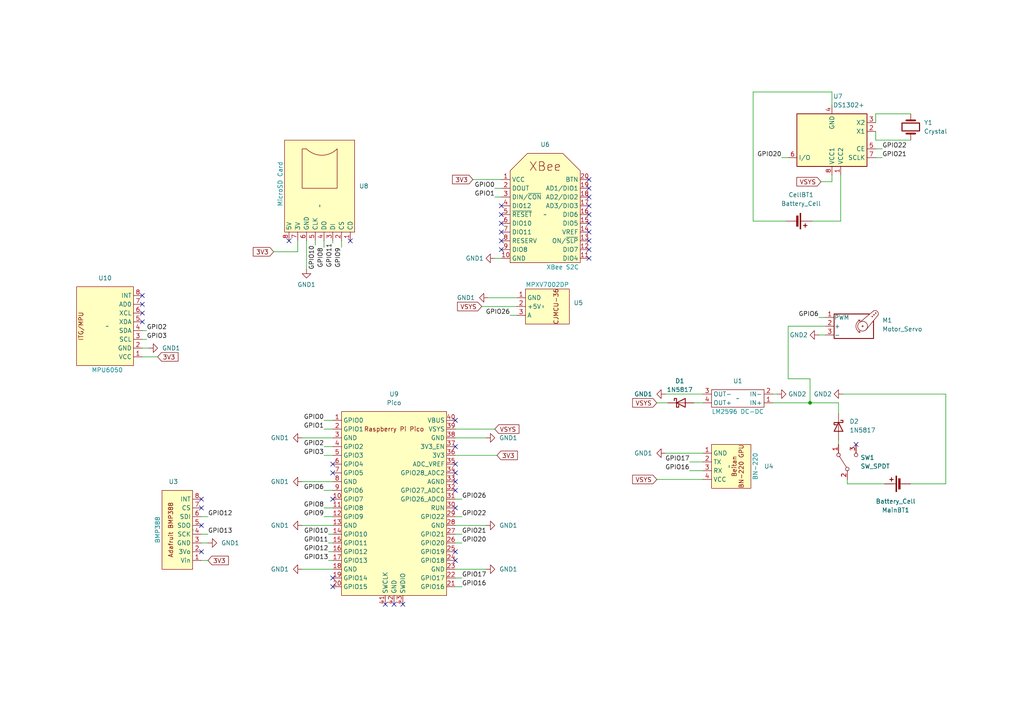
<source format=kicad_sch>
(kicad_sch (version 20230121) (generator eeschema)
  (paper "A4")
  (title_block (title "ASTRASAT PCB") (date "2023-11-22") (rev "v1.02.4") (company "ASTRA Team - Politecnico di Torino") (comment 1 "https://creativecommons.org/licenses/by-sa/4.0/deed.en") (comment 2 "License: CC BY-SA 4.0") (comment 3 "Author: Tan Siret Akıncı"))
  (lib_symbols
    (symbol "CansatParts:BMP388_Adafruit"
      (property "Reference" "U" (at -12.7 0 0))
      (symbol "BMP388_Adafruit_1_1"
        (rectangle (start -11.43 3.81) (end 11.43 -5.08) (fill (type background)))
        (text "Adafruit BMP388" (at 0 1.27 0) (effects (font (size 1.27 1.27))))
        (text "BMP388" (at 0 5.08 0) (effects (font (size 1.27 1.27))))
        (pin input line (at -8.89 -7.62 90) (length 2.54) (name "Vin") (number "1"))
        (pin input line (at -6.35 -7.62 90) (length 2.54) (name "3Vo") (number "2"))
        (pin input line (at -3.81 -7.62 90) (length 2.54) (name "GND") (number "3"))
        (pin input line (at -1.27 -7.62 90) (length 2.54) (name "SCK") (number "4"))
        (pin input line (at 1.27 -7.62 90) (length 2.54) (name "SDO") (number "5"))
        (pin input line (at 3.81 -7.62 90) (length 2.54) (name "SDI") (number "6"))
        (pin input line (at 6.35 -7.62 90) (length 2.54) (name "CS") (number "7"))
        (pin input line (at 8.89 -7.62 90) (length 2.54) (name "INT") (number "8"))
      )
    )
    (symbol "CansatParts:BN-220"
      (property "Reference" "U" (at -7.62 0 0))
      (symbol "BN-220_1_1"
        (rectangle (start -6.35 6.35) (end 6.35 -5.08) (fill (type background)))
        (text "Beitan\nBN-220 GPU" (at 0 2.54 0) (effects (font (size 1.27 1.27))))
        (text "BN-220" (at 0 7.62 0) (effects (font (size 1.27 1.27))))
        (pin input line (at -3.81 -7.62 90) (length 2.54) (name "GND") (number "1"))
        (pin input line (at -1.27 -7.62 90) (length 2.54) (name "TX") (number "2"))
        (pin input line (at 1.27 -7.62 90) (length 2.54) (name "RX") (number "3"))
        (pin input line (at 3.81 -7.62 90) (length 2.54) (name "VCC") (number "4"))
      )
    )
    (symbol "CansatParts:LM2596_DC-DC_Buck_Module"
      (property "Reference" "U" (at 0 -3.81 0))
      (symbol "LM2596_DC-DC_Buck_Module_0_1"
        (rectangle (start -7.62 2.54) (end 7.62 -2.54))
      )
      (symbol "LM2596_DC-DC_Buck_Module_1_1"
        (text "LM2596 DC-DC" (at 0 3.81 0) (effects (font (size 1.27 1.27))))
        (pin input line (at -10.16 1.27 0) (length 2.54) (name "IN+") (number "1"))
        (pin input line (at -10.16 -1.27 0) (length 2.54) (name "IN-") (number "2"))
        (pin output line (at 10.16 -1.27 180) (length 2.54) (name "OUT-") (number "3"))
        (pin output line (at 10.16 1.27 180) (length 2.54) (name "OUT+") (number "4"))
      )
    )
    (symbol "CansatParts:MPU6050_ITG/MPU"
      (property "Reference" "U" (at 0 -12.7 0))
      (symbol "MPU6050_ITG/MPU_1_1"
        (rectangle (start -7.62 11.43) (end 8.89 -11.43) (fill (type background)))
        (text "ITG/MPU" (at 7.62 0 900) (effects (font (size 1.27 1.27))))
        (text "MPU6050" (at 0 12.7 0) (effects (font (size 1.27 1.27))))
        (pin input line (at -10.16 8.89 0) (length 2.54) (name "VCC") (number "1"))
        (pin input line (at -10.16 6.35 0) (length 2.54) (name "GND") (number "2"))
        (pin input line (at -10.16 3.81 0) (length 2.54) (name "SCL") (number "3"))
        (pin input line (at -10.16 1.27 0) (length 2.54) (name "SDA") (number "4"))
        (pin input line (at -10.16 -1.27 0) (length 2.54) (name "XDA") (number "5"))
        (pin input line (at -10.16 -3.81 0) (length 2.54) (name "XCL") (number "6"))
        (pin input line (at -10.16 -6.35 0) (length 2.54) (name "AD0") (number "7"))
        (pin input line (at -10.16 -8.89 0) (length 2.54) (name "INT") (number "8"))
      )
    )
    (symbol "CansatParts:MPXV7002DP CJMCU-36"
      (property "Reference" "U" (at -3.81 -6.35 0))
      (symbol "MPXV7002DP CJMCU-36_1_1"
        (rectangle (start -5.08 5.08) (end 7.62 -5.08) (fill (type background)))
        (text "CJMCU-36" (at 3.81 0 900) (effects (font (size 1.27 1.27))))
        (text "MPXV7002DP" (at 1.27 6.35 0) (effects (font (size 1.27 1.27))))
        (pin input line (at -7.62 2.54 0) (length 2.54) (name "GND") (number "1"))
        (pin input line (at -7.62 0 0) (length 2.54) (name "+5V") (number "2"))
        (pin input line (at -7.62 -2.54 0) (length 2.54) (name "A") (number "3"))
      )
    )
    (symbol "CansatParts:Micro_SD_Card_Breakout_Board_Adafruit"
      (property "Reference" "U" (at -15.24 0 0))
      (symbol "Micro_SD_Card_Breakout_Board_Adafruit_1_1"
        (rectangle (start -13.97 10.16) (end 12.7 -10.16) (fill (type background)))
        (arc (start -11.43 -3.81) (mid -9.5892 0.635) (end -11.43 5.08))
        (polyline (pts (xy -11.43 -3.81) (xy -11.43 -5.08) (xy 0 -5.08) (xy 0 5.08) (xy -11.43 5.08)))
        (text "MicroSD Card" (at -1.27 -11.43 0) (effects (font (size 1.27 1.27))))
        (pin input line (at 15.24 8.89 180) (length 2.54) (name "CD") (number "1"))
        (pin input line (at 15.24 6.35 180) (length 2.54) (name "CS") (number "2"))
        (pin input line (at 15.24 3.81 180) (length 2.54) (name "DI") (number "3"))
        (pin input line (at 15.24 1.27 180) (length 2.54) (name "DO") (number "4"))
        (pin input line (at 15.24 -1.27 180) (length 2.54) (name "CLK") (number "5"))
        (pin input line (at 15.24 -3.81 180) (length 2.54) (name "GND") (number "6"))
        (pin input line (at 15.24 -6.35 180) (length 2.54) (name "3V") (number "7"))
        (pin input line (at 15.24 -8.89 180) (length 2.54) (name "5V") (number "8"))
      )
    )
    (symbol "CansatParts:XBee_S2C"
      (property "Reference" "U" (at -8.89 -15.24 0))
      (symbol "XBee_S2C_1_1"
        (polyline (pts (xy -10.16 -13.97) (xy 10.16 -13.97) (xy 10.16 12.7) (xy 5.08 17.78) (xy 0 17.78) (xy -5.08 17.78) (xy -10.16 12.7) (xy -10.16 -13.97)) (fill (type background)))
        (text "XBee" (at 0 13.97 0) (effects (font (size 2.54 2.54))))
        (text "XBee S2C" (at 5.08 -15.24 0) (effects (font (size 1.27 1.27))))
        (pin input line (at -12.7 10.16 0) (length 2.54) (name "VCC") (number "1"))
        (pin input line (at -12.7 -12.7 0) (length 2.54) (name "GND") (number "10"))
        (pin input line (at 12.7 -12.7 180) (length 2.54) (name "DIO4") (number "11"))
        (pin input line (at 12.7 -10.16 180) (length 2.54) (name "DIO7") (number "12"))
        (pin input line (at 12.7 -7.62 180) (length 2.54) (name "ON/~{SLP}") (number "13"))
        (pin input line (at 12.7 -5.08 180) (length 2.54) (name "VREF") (number "14"))
        (pin input line (at 12.7 -2.54 180) (length 2.54) (name "DIO5") (number "15"))
        (pin input line (at 12.7 0 180) (length 2.54) (name "DIO6") (number "16"))
        (pin input line (at 12.7 2.54 180) (length 2.54) (name "AD3/DIO3") (number "17"))
        (pin input line (at 12.7 5.08 180) (length 2.54) (name "AD2/DIO2") (number "18"))
        (pin input line (at 12.7 7.62 180) (length 2.54) (name "AD1/DIO1") (number "19"))
        (pin input line (at -12.7 7.62 0) (length 2.54) (name "DOUT") (number "2"))
        (pin input line (at 12.7 10.16 180) (length 2.54) (name "BTN") (number "20"))
        (pin input line (at -12.7 5.08 0) (length 2.54) (name "DIN/~{CON}") (number "3"))
        (pin input line (at -12.7 2.54 0) (length 2.54) (name "DI012") (number "4"))
        (pin input line (at -12.7 0 0) (length 2.54) (name "~{RESET}") (number "5"))
        (pin input line (at -12.7 -2.54 0) (length 2.54) (name "DIO10") (number "6"))
        (pin input line (at -12.7 -5.08 0) (length 2.54) (name "DIO11") (number "7"))
        (pin input line (at -12.7 -7.62 0) (length 2.54) (name "RESERV") (number "8"))
        (pin input line (at -12.7 -10.16 0) (length 2.54) (name "DIO8") (number "9"))
      )
    )
    (symbol "Device:Battery_Cell" (pin_numbers hide) (pin_names (offset 0) hide)
      (property "Reference" "BT" (at 2.54 2.54 0))
      (property "Value" "Battery_Cell" (at 2.54 0 0))
      (symbol "Battery_Cell_0_1"
        (rectangle (start -2.286 1.778) (end 2.286 1.524) (fill (type outline)))
        (rectangle (start -1.524 1.016) (end 1.524 0.508) (fill (type outline)))
        (polyline (pts (xy 0 0.762) (xy 0 0)))
        (polyline (pts (xy 0 1.778) (xy 0 2.54)))
        (polyline (pts (xy 0.762 3.048) (xy 1.778 3.048)) (stroke (width 0.254)))
        (polyline (pts (xy 1.27 3.556) (xy 1.27 2.54)) (stroke (width 0.254)))
      )
      (symbol "Battery_Cell_1_1"
        (pin passive line (at 0 5.08 270) (length 2.54) (name "+") (number "1"))
        (pin passive line (at 0 -2.54 90) (length 2.54) (name "-") (number "2"))
      )
    )
    (symbol "Device:Crystal" (pin_numbers hide) (pin_names (offset 1.016) hide)
      (property "Reference" "Y" (at 0 3.81 0))
      (property "Value" "Crystal" (at 0 -3.81 0))
      (symbol "Crystal_0_1"
        (rectangle (start -1.143 2.54) (end 1.143 -2.54) (stroke (width 0.3048)))
        (polyline (pts (xy -2.54 0) (xy -1.905 0)))
        (polyline (pts (xy -1.905 -1.27) (xy -1.905 1.27)) (stroke (width 0.508)))
        (polyline (pts (xy 1.905 -1.27) (xy 1.905 1.27)) (stroke (width 0.508)))
        (polyline (pts (xy 2.54 0) (xy 1.905 0)))
      )
      (symbol "Crystal_1_1"
        (pin passive line (at -3.81 0 0) (length 1.27) (name "1") (number "1"))
        (pin passive line (at 3.81 0 180) (length 1.27) (name "2") (number "2"))
      )
    )
    (symbol "Diode:1N5817" (pin_numbers hide) (pin_names (offset 1.016) hide)
      (property "Reference" "D" (at 0 2.54 0))
      (property "Value" "1N5817" (at 0 -2.54 0))
      (symbol "1N5817_0_1"
        (polyline (pts (xy 1.27 0) (xy -1.27 0)))
        (polyline (pts (xy 1.27 1.27) (xy 1.27 -1.27) (xy -1.27 0) (xy 1.27 1.27)) (stroke (width 0.254)))
        (polyline (pts (xy -1.905 0.635) (xy -1.905 1.27) (xy -1.27 1.27) (xy -1.27 -1.27) (xy -0.635 -1.27) (xy -0.635 -0.635)) (stroke (width 0.254)))
      )
      (symbol "1N5817_1_1"
        (pin passive line (at -3.81 0 0) (length 2.54) (name "K") (number "1"))
        (pin passive line (at 3.81 0 180) (length 2.54) (name "A") (number "2"))
      )
    )
    (symbol "MCU_RaspberryPi_and_Boards:Pico"
      (property "Reference" "U" (at -13.97 27.94 0))
      (property "Value" "Pico" (at 0 19.05 0))
      (symbol "Pico_0_0"
        (text "Raspberry Pi Pico" (at 0 21.59 0) (effects (font (size 1.27 1.27))))
      )
      (symbol "Pico_0_1"
        (rectangle (start -15.24 26.67) (end 15.24 -26.67) (fill (type background)))
      )
      (symbol "Pico_1_1"
        (pin bidirectional line (at -17.78 24.13 0) (length 2.54) (name "GPIO0") (number "1"))
        (pin bidirectional line (at -17.78 1.27 0) (length 2.54) (name "GPIO7") (number "10"))
        (pin bidirectional line (at -17.78 -1.27 0) (length 2.54) (name "GPIO8") (number "11"))
        (pin bidirectional line (at -17.78 -3.81 0) (length 2.54) (name "GPIO9") (number "12"))
        (pin power_in line (at -17.78 -6.35 0) (length 2.54) (name "GND") (number "13"))
        (pin bidirectional line (at -17.78 -8.89 0) (length 2.54) (name "GPIO10") (number "14"))
        (pin bidirectional line (at -17.78 -11.43 0) (length 2.54) (name "GPIO11") (number "15"))
        (pin bidirectional line (at -17.78 -13.97 0) (length 2.54) (name "GPIO12") (number "16"))
        (pin bidirectional line (at -17.78 -16.51 0) (length 2.54) (name "GPIO13") (number "17"))
        (pin power_in line (at -17.78 -19.05 0) (length 2.54) (name "GND") (number "18"))
        (pin bidirectional line (at -17.78 -21.59 0) (length 2.54) (name "GPIO14") (number "19"))
        (pin bidirectional line (at -17.78 21.59 0) (length 2.54) (name "GPIO1") (number "2"))
        (pin bidirectional line (at -17.78 -24.13 0) (length 2.54) (name "GPIO15") (number "20"))
        (pin bidirectional line (at 17.78 -24.13 180) (length 2.54) (name "GPIO16") (number "21"))
        (pin bidirectional line (at 17.78 -21.59 180) (length 2.54) (name "GPIO17") (number "22"))
        (pin power_in line (at 17.78 -19.05 180) (length 2.54) (name "GND") (number "23"))
        (pin bidirectional line (at 17.78 -16.51 180) (length 2.54) (name "GPIO18") (number "24"))
        (pin bidirectional line (at 17.78 -13.97 180) (length 2.54) (name "GPIO19") (number "25"))
        (pin bidirectional line (at 17.78 -11.43 180) (length 2.54) (name "GPIO20") (number "26"))
        (pin bidirectional line (at 17.78 -8.89 180) (length 2.54) (name "GPIO21") (number "27"))
        (pin power_in line (at 17.78 -6.35 180) (length 2.54) (name "GND") (number "28"))
        (pin bidirectional line (at 17.78 -3.81 180) (length 2.54) (name "GPIO22") (number "29"))
        (pin power_in line (at -17.78 19.05 0) (length 2.54) (name "GND") (number "3"))
        (pin input line (at 17.78 -1.27 180) (length 2.54) (name "RUN") (number "30"))
        (pin bidirectional line (at 17.78 1.27 180) (length 2.54) (name "GPIO26_ADC0") (number "31"))
        (pin bidirectional line (at 17.78 3.81 180) (length 2.54) (name "GPIO27_ADC1") (number "32"))
        (pin power_in line (at 17.78 6.35 180) (length 2.54) (name "AGND") (number "33"))
        (pin bidirectional line (at 17.78 8.89 180) (length 2.54) (name "GPIO28_ADC2") (number "34"))
        (pin power_in line (at 17.78 11.43 180) (length 2.54) (name "ADC_VREF") (number "35"))
        (pin power_in line (at 17.78 13.97 180) (length 2.54) (name "3V3") (number "36"))
        (pin input line (at 17.78 16.51 180) (length 2.54) (name "3V3_EN") (number "37"))
        (pin bidirectional line (at 17.78 19.05 180) (length 2.54) (name "GND") (number "38"))
        (pin power_in line (at 17.78 21.59 180) (length 2.54) (name "VSYS") (number "39"))
        (pin bidirectional line (at -17.78 16.51 0) (length 2.54) (name "GPIO2") (number "4"))
        (pin power_in line (at 17.78 24.13 180) (length 2.54) (name "VBUS") (number "40"))
        (pin input line (at -2.54 -29.21 90) (length 2.54) (name "SWCLK") (number "41"))
        (pin power_in line (at 0 -29.21 90) (length 2.54) (name "GND") (number "42"))
        (pin bidirectional line (at 2.54 -29.21 90) (length 2.54) (name "SWDIO") (number "43"))
        (pin bidirectional line (at -17.78 13.97 0) (length 2.54) (name "GPIO3") (number "5"))
        (pin bidirectional line (at -17.78 11.43 0) (length 2.54) (name "GPIO4") (number "6"))
        (pin bidirectional line (at -17.78 8.89 0) (length 2.54) (name "GPIO5") (number "7"))
        (pin power_in line (at -17.78 6.35 0) (length 2.54) (name "GND") (number "8"))
        (pin bidirectional line (at -17.78 3.81 0) (length 2.54) (name "GPIO6") (number "9"))
      )
    )
    (symbol "Motor:Motor_Servo" (pin_names (offset 0.0254))
      (property "Reference" "M" (at -5.08 4.445 0))
      (property "Value" "Motor_Servo" (at -5.08 -4.064 0))
      (symbol "Motor_Servo_0_1"
        (polyline (pts (xy 2.413 -1.778) (xy 2.032 -1.778)))
        (polyline (pts (xy 2.413 -1.778) (xy 2.286 -1.397)))
        (polyline (pts (xy 2.413 1.778) (xy 1.905 1.778)))
        (polyline (pts (xy 2.413 1.778) (xy 2.286 1.397)))
        (polyline (pts (xy 6.35 4.445) (xy 2.54 1.27)))
        (polyline (pts (xy 7.62 3.175) (xy 4.191 -1.016)))
        (polyline (pts (xy 5.08 3.556) (xy -5.08 3.556) (xy -5.08 -3.556) (xy 6.35 -3.556) (xy 6.35 1.524)) (stroke (width 0.254)))
        (arc (start 2.413 1.778) (mid 1.2406 0) (end 2.413 -1.778))
        (circle (center 3.175 0) (radius 0.1778))
        (circle (center 3.175 0) (radius 1.4224))
        (circle (center 5.969 2.794) (radius 0.127))
        (circle (center 6.477 3.302) (radius 0.127))
        (circle (center 6.985 3.81) (radius 0.127))
        (arc (start 7.62 3.175) (mid 7.4485 4.2735) (end 6.35 4.445))
      )
      (symbol "Motor_Servo_1_1"
        (pin passive line (at -7.62 2.54 0) (length 2.54) (name "PWM") (number "1"))
        (pin passive line (at -7.62 0 0) (length 2.54) (name "+") (number "2"))
        (pin passive line (at -7.62 -2.54 0) (length 2.54) (name "-") (number "3"))
      )
    )
    (symbol "Switch:SW_SPDT" (pin_names (offset 0) hide)
      (property "Reference" "SW" (at 0 4.318 0))
      (property "Value" "SW_SPDT" (at 0 -5.08 0))
      (symbol "SW_SPDT_0_0"
        (circle (center -2.032 0) (radius 0.508))
        (circle (center 2.032 -2.54) (radius 0.508))
      )
      (symbol "SW_SPDT_0_1"
        (polyline (pts (xy -1.524 0.254) (xy 1.651 2.286)))
        (circle (center 2.032 2.54) (radius 0.508))
      )
      (symbol "SW_SPDT_1_1"
        (pin passive line (at 5.08 2.54 180) (length 2.54) (name "A") (number "1"))
        (pin passive line (at -5.08 0 0) (length 2.54) (name "B") (number "2"))
        (pin passive line (at 5.08 -2.54 180) (length 2.54) (name "C") (number "3"))
      )
    )
    (symbol "Timer_RTC:DS1302+"
      (property "Reference" "U" (at -8.89 8.89 0))
      (property "Value" "DS1302+" (at 6.35 8.89 0))
      (symbol "DS1302+_1_1"
        (rectangle (start -10.16 7.62) (end 10.16 -7.62) (stroke (width 0.254)) (fill (type background)))
        (pin power_in line (at -2.54 10.16 270) (length 2.54) (name "VCC2") (number "1"))
        (pin input line (at -12.7 -2.54 0) (length 2.54) (name "X1") (number "2"))
        (pin input line (at -12.7 -5.08 0) (length 2.54) (name "X2") (number "3"))
        (pin power_in line (at 0 -10.16 90) (length 2.54) (name "GND") (number "4"))
        (pin input line (at -12.7 2.54 0) (length 2.54) (name "CE") (number "5"))
        (pin bidirectional line (at 12.7 5.08 180) (length 2.54) (name "I/O") (number "6"))
        (pin input line (at -12.7 5.08 0) (length 2.54) (name "SCLK") (number "7"))
        (pin power_in line (at 0 10.16 270) (length 2.54) (name "VCC1") (number "8"))
      )
    )
    (symbol "power:GND1" (power) (pin_names (offset 0))
      (property "Value" "GND1" (at 0 -3.81 0))
      (symbol "GND1_0_1"
        (polyline (pts (xy 0 0) (xy 0 -1.27) (xy 1.27 -1.27) (xy 0 -2.54) (xy -1.27 -1.27) (xy 0 -1.27)))
      )
      (symbol "GND1_1_1"
        (pin power_in line (at 0 0 270) (length 0) hide (name "GND1") (number "1"))
      )
    )
    (symbol "power:GND2" (power) (pin_names (offset 0))
      (property "Value" "GND2" (at 0 -3.81 0))
      (symbol "GND2_0_1"
        (polyline (pts (xy 0 0) (xy 0 -1.27) (xy 1.27 -1.27) (xy 0 -2.54) (xy -1.27 -1.27) (xy 0 -1.27)))
      )
      (symbol "GND2_1_1"
        (pin power_in line (at 0 0 270) (length 0) hide (name "GND2") (number "1"))
      )
    )
  )
  (junction (at 234.95 116.84))
  (no_connect (at 170.815 62.23))
  (no_connect (at 145.415 67.31))
  (no_connect (at 145.415 59.69))
  (no_connect (at 170.815 64.77))
  (no_connect (at 96.52 144.78))
  (no_connect (at 58.42 152.4))
  (no_connect (at 96.52 170.18))
  (no_connect (at 170.815 59.69))
  (no_connect (at 114.3 175.26))
  (no_connect (at 170.815 69.85))
  (no_connect (at 96.52 134.62))
  (no_connect (at 58.42 147.32))
  (no_connect (at 96.52 137.16))
  (no_connect (at 145.415 72.39))
  (no_connect (at 58.42 144.78))
  (no_connect (at 170.815 57.15))
  (no_connect (at 248.285 128.905))
  (no_connect (at 41.275 85.725))
  (no_connect (at 132.08 137.16))
  (no_connect (at 132.08 121.92))
  (no_connect (at 116.84 175.26))
  (no_connect (at 132.08 142.24))
  (no_connect (at 145.415 69.85))
  (no_connect (at 132.08 160.02))
  (no_connect (at 101.6 69.85))
  (no_connect (at 111.76 175.26))
  (no_connect (at 132.08 134.62))
  (no_connect (at 145.415 64.77))
  (no_connect (at 41.275 90.805))
  (no_connect (at 83.82 69.85))
  (no_connect (at 96.52 167.64))
  (no_connect (at 145.415 62.23))
  (no_connect (at 170.815 72.39))
  (no_connect (at 132.08 129.54))
  (no_connect (at 41.275 93.345))
  (no_connect (at 132.08 147.32))
  (no_connect (at 170.815 67.31))
  (no_connect (at 170.815 54.61))
  (no_connect (at 132.08 139.7))
  (no_connect (at 170.815 74.93))
  (no_connect (at 58.42 160.02))
  (no_connect (at 132.08 162.56))
  (no_connect (at 170.815 52.07))
  (no_connect (at 41.275 88.265))
  (wire (pts (xy 228.6 94.615) (xy 239.395 94.615)))
  (wire (pts (xy 132.08 157.48) (xy 133.985 157.48)))
  (wire (pts (xy 141.605 86.36) (xy 149.86 86.36)))
  (wire (pts (xy 86.36 73.025) (xy 86.36 69.85)))
  (wire (pts (xy 93.98 147.32) (xy 96.52 147.32)))
  (wire (pts (xy 96.52 121.92) (xy 93.98 121.92)))
  (wire (pts (xy 274.32 114.3) (xy 274.32 140.335)))
  (wire (pts (xy 143.51 57.15) (xy 145.415 57.15)))
  (wire (pts (xy 228.6 109.855) (xy 234.95 109.855)))
  (wire (pts (xy 87.63 139.7) (xy 96.52 139.7)))
  (wire (pts (xy 143.51 74.93) (xy 145.415 74.93)))
  (wire (pts (xy 132.08 152.4) (xy 140.97 152.4)))
  (wire (pts (xy 42.545 98.425) (xy 41.275 98.425)))
  (wire (pts (xy 254 33.02) (xy 264.16 33.02)))
  (wire (pts (xy 132.08 154.94) (xy 133.985 154.94)))
  (wire (pts (xy 88.9 69.85) (xy 88.9 78.105)))
  (wire (pts (xy 132.08 165.1) (xy 140.97 165.1)))
  (wire (pts (xy 225.425 114.3) (xy 224.155 114.3)))
  (wire (pts (xy 132.08 124.46) (xy 143.51 124.46)))
  (wire (pts (xy 227.965 64.135) (xy 218.44 64.135)))
  (wire (pts (xy 132.08 127) (xy 140.97 127)))
  (wire (pts (xy 95.25 160.02) (xy 96.52 160.02)))
  (wire (pts (xy 243.84 64.135) (xy 243.84 50.8)))
  (wire (pts (xy 245.745 140.335) (xy 256.54 140.335)))
  (wire (pts (xy 87.63 127) (xy 96.52 127)))
  (wire (pts (xy 93.98 129.54) (xy 96.52 129.54)))
  (wire (pts (xy 228.6 94.615) (xy 228.6 109.855)))
  (wire (pts (xy 143.51 54.61) (xy 145.415 54.61)))
  (wire (pts (xy 132.08 170.18) (xy 133.985 170.18)))
  (wire (pts (xy 254 35.56) (xy 254 33.02)))
  (wire (pts (xy 87.63 165.1) (xy 96.52 165.1)))
  (wire (pts (xy 254 43.18) (xy 255.905 43.18)))
  (wire (pts (xy 244.475 114.3) (xy 274.32 114.3)))
  (wire (pts (xy 254 45.72) (xy 255.905 45.72)))
  (wire (pts (xy 95.25 154.94) (xy 96.52 154.94)))
  (wire (pts (xy 99.06 69.85) (xy 99.06 71.755)))
  (wire (pts (xy 200.025 133.985) (xy 203.835 133.985)))
  (wire (pts (xy 238.125 52.705) (xy 241.3 52.705)))
  (wire (pts (xy 58.42 162.56) (xy 60.325 162.56)))
  (wire (pts (xy 264.16 140.335) (xy 274.32 140.335)))
  (wire (pts (xy 41.275 103.505) (xy 45.72 103.505)))
  (wire (pts (xy 58.42 154.94) (xy 60.325 154.94)))
  (wire (pts (xy 190.5 116.84) (xy 193.675 116.84)))
  (wire (pts (xy 93.98 69.85) (xy 93.98 71.755)))
  (wire (pts (xy 237.49 92.075) (xy 239.395 92.075)))
  (wire (pts (xy 87.63 152.4) (xy 96.52 152.4)))
  (wire (pts (xy 193.04 131.445) (xy 203.835 131.445)))
  (wire (pts (xy 93.98 149.86) (xy 96.52 149.86)))
  (wire (pts (xy 254 38.1) (xy 254 40.64)))
  (wire (pts (xy 139.7 88.9) (xy 149.86 88.9)))
  (wire (pts (xy 226.695 45.72) (xy 228.6 45.72)))
  (wire (pts (xy 241.3 52.705) (xy 241.3 50.8)))
  (wire (pts (xy 41.275 100.965) (xy 43.18 100.965)))
  (wire (pts (xy 193.04 114.3) (xy 203.835 114.3)))
  (wire (pts (xy 93.98 142.24) (xy 96.52 142.24)))
  (wire (pts (xy 132.08 144.78) (xy 133.985 144.78)))
  (wire (pts (xy 243.205 127.635) (xy 243.205 128.905)))
  (wire (pts (xy 224.155 116.84) (xy 234.95 116.84)))
  (wire (pts (xy 241.3 26.67) (xy 241.3 30.48)))
  (wire (pts (xy 93.98 124.46) (xy 96.52 124.46)))
  (wire (pts (xy 254 40.64) (xy 264.16 40.64)))
  (wire (pts (xy 237.49 97.155) (xy 239.395 97.155)))
  (wire (pts (xy 132.08 149.86) (xy 133.985 149.86)))
  (wire (pts (xy 190.5 139.065) (xy 203.835 139.065)))
  (wire (pts (xy 201.295 116.84) (xy 203.835 116.84)))
  (wire (pts (xy 218.44 26.67) (xy 241.3 26.67)))
  (wire (pts (xy 147.955 91.44) (xy 149.86 91.44)))
  (wire (pts (xy 95.25 157.48) (xy 96.52 157.48)))
  (wire (pts (xy 58.42 149.86) (xy 60.325 149.86)))
  (wire (pts (xy 218.44 64.135) (xy 218.44 26.67)))
  (wire (pts (xy 93.98 132.08) (xy 96.52 132.08)))
  (wire (pts (xy 79.375 73.025) (xy 86.36 73.025)))
  (wire (pts (xy 91.44 69.85) (xy 91.44 71.12)))
  (wire (pts (xy 42.545 95.885) (xy 41.275 95.885)))
  (wire (pts (xy 200.025 136.525) (xy 203.835 136.525)))
  (wire (pts (xy 234.95 109.855) (xy 234.95 116.84)))
  (wire (pts (xy 234.95 116.84) (xy 243.205 116.84)))
  (wire (pts (xy 95.25 162.56) (xy 96.52 162.56)))
  (wire (pts (xy 235.585 64.135) (xy 243.84 64.135)))
  (wire (pts (xy 245.745 139.065) (xy 245.745 140.335)))
  (wire (pts (xy 96.52 69.85) (xy 96.52 70.485)))
  (wire (pts (xy 137.16 52.07) (xy 145.415 52.07)))
  (wire (pts (xy 132.08 167.64) (xy 133.985 167.64)))
  (wire (pts (xy 58.42 157.48) (xy 60.325 157.48)))
  (wire (pts (xy 243.205 116.84) (xy 243.205 120.015)))
  (wire (pts (xy 132.08 132.08) (xy 144.145 132.08)))
  (label "GPIO26" (at 133.985 144.78 0))
  (label "GPIO6" (at 93.98 142.24 180))
  (label "GPIO1" (at 93.98 124.46 180))
  (label "GPIO8" (at 93.98 71.755 270))
  (label "GPIO13" (at 95.25 162.56 180))
  (label "GPIO6" (at 237.49 92.075 180))
  (label "GPIO0" (at 143.51 54.61 180))
  (label "GPIO21" (at 255.905 45.72 0))
  (label "GPIO8" (at 93.98 147.32 180))
  (label "GPIO9" (at 99.06 71.755 270))
  (label "GPIO20" (at 133.985 157.48 0))
  (label "GPIO0" (at 93.98 121.92 180))
  (label "GPIO13" (at 60.325 154.94 0))
  (label "GPIO22" (at 133.985 149.86 0))
  (label "GPIO3" (at 42.545 98.425 0))
  (label "GPIO21" (at 133.985 154.94 0))
  (label "GPIO11" (at 95.25 157.48 180))
  (label "GPIO1" (at 143.51 57.15 180))
  (label "GPIO16" (at 133.985 170.18 0))
  (label "GPIO2" (at 93.98 129.54 180))
  (label "GPIO12" (at 95.25 160.02 180))
  (label "GPIO12" (at 60.325 149.86 0))
  (label "GPIO10" (at 95.25 154.94 180))
  (label "GPIO10" (at 91.44 71.12 270))
  (label "GPIO17" (at 133.985 167.64 0))
  (label "GPIO3" (at 93.98 132.08 180))
  (label "GPIO22" (at 255.905 43.18 0))
  (label "GPIO20" (at 226.695 45.72 180))
  (label "GPIO16" (at 200.025 136.525 180))
  (label "GPIO26" (at 147.955 91.44 180))
  (label "GPIO11" (at 96.52 70.485 270))
  (label "GPIO17" (at 200.025 133.985 180))
  (label "GPIO2" (at 42.545 95.885 0))
  (label "GPIO9" (at 93.98 149.86 180))
  (global_label "VSYS" (shape input) (at 139.7 88.9 180) (property "Intersheetrefs" "${INTERSHEET_REFS}" (effects hide)))
  (global_label "VSYS" (shape input) (at 190.5 139.065 180) (property "Intersheetrefs" "${INTERSHEET_REFS}" (effects hide)))
  (global_label "3V3" (shape input) (at 79.375 73.025 180) (property "Intersheetrefs" "${INTERSHEET_REFS}" (effects hide)))
  (global_label "VSYS" (shape input) (at 143.51 124.46 0) (property "Intersheetrefs" "${INTERSHEET_REFS}" (effects hide)))
  (global_label "3V3" (shape input) (at 137.16 52.07 180) (property "Intersheetrefs" "${INTERSHEET_REFS}" (effects hide)))
  (global_label "3V3" (shape input) (at 45.72 103.505 0) (property "Intersheetrefs" "${INTERSHEET_REFS}" (effects hide)))
  (global_label "VSYS" (shape input) (at 238.125 52.705 180) (property "Intersheetrefs" "${INTERSHEET_REFS}" (effects hide)))
  (global_label "3V3" (shape input) (at 144.145 132.08 0) (property "Intersheetrefs" "${INTERSHEET_REFS}" (effects hide)))
  (global_label "3V3" (shape input) (at 60.325 162.56 0) (property "Intersheetrefs" "${INTERSHEET_REFS}" (effects hide)))
  (global_label "VSYS" (shape input) (at 190.5 116.84 180) (property "Intersheetrefs" "${INTERSHEET_REFS}" (effects hide)))
  (symbol (lib_id "power:GND1") (at 193.04 114.3 270) (unit 1)
    (property "Reference" "#PWR09" (effects hide))
    (property "Value" "GND1" (at 189.23 114.3 90) (effects (justify right)))
  )
  (symbol (lib_id "Device:Battery_Cell") (at 230.505 64.135 270) (unit 1)
    (property "Reference" "CellBT1" (at 232.3465 56.515 90))
    (property "Value" "Battery_Cell" (at 232.3465 59.055 90))
    (property "Footprint" "Battery:BatteryHolder_Keystone_103_1x20mm" (effects hide))
  )
  (symbol (lib_id "Device:Crystal") (at 264.16 36.83 270) (unit 1)
    (property "Reference" "Y1" (at 267.97 35.56 90) (effects (justify left)))
    (property "Value" "Crystal" (at 267.97 38.1 90) (effects (justify left)))
    (property "Footprint" "Crystal:Crystal_C38-LF_D3.0mm_L8.0mm_Vertical" (effects hide))
  )
  (symbol (lib_id "power:GND1") (at 87.63 139.7 270) (unit 1)
    (property "Reference" "#PWR06" (effects hide))
    (property "Value" "GND1" (at 83.82 139.7 90) (effects (justify right)))
  )
  (symbol (lib_id "power:GND1") (at 43.18 100.965 90) (unit 1)
    (property "Reference" "#PWR016" (effects hide))
    (property "Value" "GND1" (at 46.99 100.965 90) (effects (justify right)))
  )
  (symbol (lib_id "Motor:Motor_Servo") (at 247.015 94.615 0) (unit 1)
    (property "Reference" "M1" (at 255.905 92.9116 0) (effects (justify left)))
    (property "Value" "Motor_Servo" (at 255.905 95.4516 0) (effects (justify left)))
    (property "Footprint" "Connector_PinHeader_2.54mm:PinHeader_1x03_P2.54mm_Vertical" (effects hide))
    (property "Datasheet" "http://forums.parallax.com/uploads/attachments/46831/74481.png" (effects hide))
  )
  (symbol (lib_id "power:GND1") (at 140.97 165.1 90) (unit 1)
    (property "Reference" "#PWR02" (effects hide))
    (property "Value" "GND1" (at 144.78 165.1 90) (effects (justify right)))
  )
  (symbol (lib_id "power:GND1") (at 140.97 152.4 90) (unit 1)
    (property "Reference" "#PWR01" (effects hide))
    (property "Value" "GND1" (at 144.78 152.4 90) (effects (justify right)))
  )
  (symbol (lib_id "power:GND1") (at 193.04 131.445 270) (unit 1)
    (property "Reference" "#PWR03" (effects hide))
    (property "Value" "GND1" (at 189.23 131.445 90) (effects (justify right)))
  )
  (symbol (lib_id "Switch:SW_SPDT") (at 245.745 133.985 90) (unit 1)
    (property "Reference" "SW1" (at 249.555 132.715 90) (effects (justify right)))
    (property "Value" "SW_SPDT" (at 249.555 135.255 90) (effects (justify right)))
    (property "Footprint" "Button_Switch_THT:SW_E-Switch_EG1271_SPDT" (effects hide))
  )
  (symbol (lib_id "CansatParts:LM2596_DC-DC_Buck_Module") (at 213.995 115.57 180) (unit 1)
    (property "Reference" "U1" (at 213.995 110.49 0))
    (property "Value" "~" (at 213.995 115.57 0))
    (property "Footprint" "CansatFootprints:LM2596 Voltage Regulator board" (effects hide))
  )
  (symbol (lib_id "power:GND2") (at 237.49 97.155 270) (unit 1)
    (property "Reference" "#PWR015" (effects hide))
    (property "Value" "GND2" (at 234.315 97.155 90) (effects (justify right)))
  )
  (symbol (lib_id "power:GND1") (at 141.605 86.36 270) (unit 1)
    (property "Reference" "#PWR08" (effects hide))
    (property "Value" "GND1" (at 137.795 86.36 90) (effects (justify right)))
  )
  (symbol (lib_id "CansatParts:Micro_SD_Card_Breakout_Board_Adafruit") (at 92.71 54.61 270) (unit 1)
    (property "Reference" "U8" (at 104.14 53.975 90) (effects (justify left)))
    (property "Value" "~" (at 92.71 59.69 0))
    (property "Footprint" "CansatFootprints:Adafruit MicroSD Breakout" (effects hide))
  )
  (symbol (lib_id "power:GND1") (at 87.63 152.4 270) (unit 1)
    (property "Reference" "#PWR05" (effects hide))
    (property "Value" "GND1" (at 83.82 152.4 90) (effects (justify right)))
  )
  (symbol (lib_id "Diode:1N5817") (at 197.485 116.84 0) (unit 1)
    (property "Reference" "D1" (at 197.1675 110.49 0))
    (property "Value" "1N5817" (at 197.1675 113.03 0))
    (property "Footprint" "Diode_THT:D_DO-41_SOD81_P10.16mm_Horizontal" (effects hide))
    (property "Datasheet" "http://www.vishay.com/docs/88525/1n5817.pdf" (effects hide))
  )
  (symbol (lib_id "CansatParts:MPU6050_ITG/MPU") (at 31.115 94.615 180) (unit 1)
    (property "Reference" "U10" (at 30.48 80.645 0))
    (property "Value" "~" (at 31.115 94.615 0))
    (property "Footprint" "CansatFootprints:MPU6050 Module" (effects hide))
  )
  (symbol (lib_id "CansatParts:XBee_S2C") (at 158.115 62.23 0) (unit 1)
    (property "Reference" "U6" (at 158.115 41.91 0))
    (property "Value" "~" (at 158.115 62.23 0))
    (property "Footprint" "CansatFootprints:XBee S2C" (effects hide))
  )
  (symbol (lib_id "power:GND2") (at 225.425 114.3 90) (unit 1)
    (property "Reference" "#PWR017" (effects hide))
    (property "Value" "GND2" (at 228.6 114.3 90) (effects (justify right)))
  )
  (symbol (lib_id "power:GND2") (at 244.475 114.3 270) (unit 1)
    (property "Reference" "#PWR011" (effects hide))
    (property "Value" "GND2" (at 241.3 114.3 90) (effects (justify right)))
  )
  (symbol (lib_id "MCU_RaspberryPi_and_Boards:Pico") (at 114.3 146.05 0) (unit 1)
    (property "Reference" "U9" (at 114.3 114.3 0))
    (property "Value" "Pico" (at 114.3 116.84 0))
    (property "Footprint" "MCU_RaspberryPi_and_Boards:RPi_Pico_SMD_TH" (effects hide))
  )
  (symbol (lib_id "power:GND1") (at 140.97 127 90) (unit 1)
    (property "Reference" "#PWR014" (effects hide))
    (property "Value" "GND1" (at 144.78 127 90) (effects (justify right)))
  )
  (symbol (lib_id "power:GND1") (at 60.325 157.48 90) (unit 1)
    (property "Reference" "#PWR010" (effects hide))
    (property "Value" "GND1" (at 64.135 157.48 90) (effects (justify right)))
  )
  (symbol (lib_id "Timer_RTC:DS1302+") (at 241.3 40.64 180) (unit 1)
    (property "Reference" "U7" (at 241.6459 27.94 0) (effects (justify right)))
    (property "Value" "DS1302+" (at 241.6459 30.48 0) (effects (justify right)))
    (property "Footprint" "Package_DIP:DIP-8_W7.62mm" (effects hide))
    (property "Datasheet" "https://datasheets.maximintegrated.com/en/ds/DS1302.pdf" (effects hide))
  )
  (symbol (lib_id "power:GND1") (at 87.63 165.1 270) (unit 1)
    (property "Reference" "#PWR04" (effects hide))
    (property "Value" "GND1" (at 83.82 165.1 90) (effects (justify right)))
  )
  (symbol (lib_id "Device:Battery_Cell") (at 261.62 140.335 90) (unit 1)
    (property "Reference" "MainBT1" (at 259.7785 147.955 90))
    (property "Value" "Battery_Cell" (at 259.7785 145.415 90))
    (property "Footprint" "Connector_PinHeader_2.54mm:PinHeader_1x02_P2.54mm_Vertical" (effects hide))
  )
  (symbol (lib_id "power:GND1") (at 87.63 127 270) (unit 1)
    (property "Reference" "#PWR07" (effects hide))
    (property "Value" "GND1" (at 83.82 127 90) (effects (justify right)))
  )
  (symbol (lib_id "power:GND1") (at 143.51 74.93 270) (unit 1)
    (property "Reference" "#PWR013" (effects hide))
    (property "Value" "GND1" (at 140.335 74.93 90) (effects (justify right)))
  )
  (symbol (lib_id "CansatParts:BN-220") (at 211.455 135.255 270) (unit 1)
    (property "Reference" "U4" (at 221.615 135.255 90) (effects (justify left)))
    (property "Value" "~" (at 211.455 135.255 0))
    (property "Footprint" "CansatFootprints:BN-220" (effects hide))
  )
  (symbol (lib_id "Diode:1N5817") (at 243.205 123.825 270) (unit 1)
    (property "Reference" "D2" (at 246.38 122.2375 90) (effects (justify left)))
    (property "Value" "1N5817" (at 246.38 124.7775 90) (effects (justify left)))
    (property "Footprint" "Diode_THT:D_DO-41_SOD81_P10.16mm_Horizontal" (effects hide))
    (property "Datasheet" "http://www.vishay.com/docs/88525/1n5817.pdf" (effects hide))
  )
  (symbol (lib_id "power:GND1") (at 88.9 78.105 0) (unit 1)
    (property "Reference" "#PWR012" (effects hide))
    (property "Value" "GND1" (at 88.9 82.55 0))
  )
  (symbol (lib_id "CansatParts:MPXV7002DP CJMCU-36") (at 157.48 88.9 0) (unit 1)
    (property "Reference" "U5" (at 166.37 87.84 0) (effects (justify left)))
    (property "Value" "~" (at 157.48 88.9 90))
    (property "Footprint" "Connector_PinHeader_2.54mm:PinHeader_1x03_P2.54mm_Vertical" (effects hide))
  )
  (symbol (lib_id "CansatParts:BMP388_Adafruit") (at 50.8 153.67 90) (unit 1)
    (property "Reference" "U3" (at 50.2892 139.7 90))
    (property "Value" "~" (at 55.88 153.67 0))
    (property "Footprint" "CansatFootprints:Adafruit BMP388 Blue" (effects hide))
  )
)
</source>
